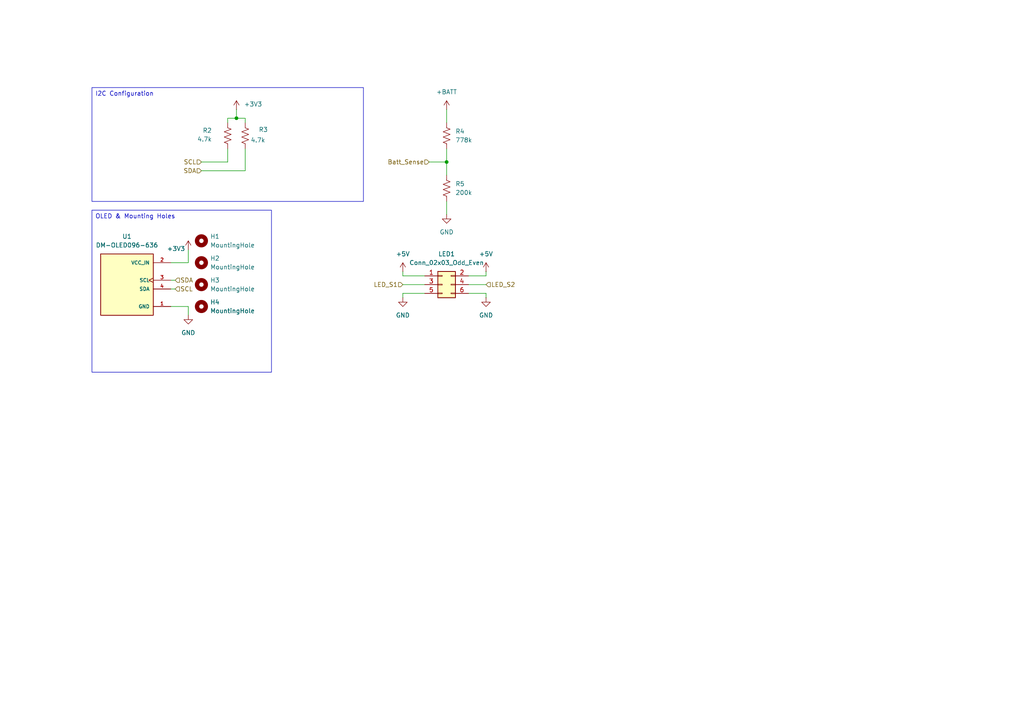
<source format=kicad_sch>
(kicad_sch (version 20231120) (generator "eeschema") (generator_version "8.0")
  (paper "A4")
  (lib_symbols
    (symbol "Connector_Generic:Conn_02x03_Odd_Even" (pin_names (offset 1.016) hide)
      (property "Reference" "J" (at 1.27 5.08 0))
      (property "Value" "Conn_02x03_Odd_Even" (at 1.27 -5.08 0))
      (symbol "Conn_02x03_Odd_Even_1_1"
        (rectangle (start -1.27 -2.413) (end 0 -2.667) (stroke (width 0.1524)))
        (rectangle (start -1.27 0.127) (end 0 -0.127) (stroke (width 0.1524)))
        (rectangle (start -1.27 2.667) (end 0 2.413) (stroke (width 0.1524)))
        (rectangle (start -1.27 3.81) (end 3.81 -3.81) (stroke (width 0.254)) (fill (type background)))
        (rectangle (start 3.81 -2.413) (end 2.54 -2.667) (stroke (width 0.1524)))
        (rectangle (start 3.81 0.127) (end 2.54 -0.127) (stroke (width 0.1524)))
        (rectangle (start 3.81 2.667) (end 2.54 2.413) (stroke (width 0.1524)))
        (pin passive line (at -5.08 2.54 0) (length 3.81) (name "Pin_1") (number "1"))
        (pin passive line (at 7.62 2.54 180) (length 3.81) (name "Pin_2") (number "2"))
        (pin passive line (at -5.08 0 0) (length 3.81) (name "Pin_3") (number "3"))
        (pin passive line (at 7.62 0 180) (length 3.81) (name "Pin_4") (number "4"))
        (pin passive line (at -5.08 -2.54 0) (length 3.81) (name "Pin_5") (number "5"))
        (pin passive line (at 7.62 -2.54 180) (length 3.81) (name "Pin_6") (number "6"))
      )
    )
    (symbol "DM-OLED096-636:DM-OLED096-636" (pin_names (offset 1.016))
      (property "Reference" "U" (at -7.62 10.922 0))
      (property "Value" "DM-OLED096-636" (at -7.62 -10.16 0))
      (symbol "DM-OLED096-636_0_0"
        (rectangle (start -7.62 -7.62) (end 7.62 10.16) (stroke (width 0.254)) (fill (type background)))
        (pin power_in line (at 12.7 -5.08 180) (length 5.08) (name "GND") (number "1"))
        (pin power_in line (at 12.7 7.62 180) (length 5.08) (name "VCC_IN") (number "2"))
        (pin input clock (at 12.7 2.54 180) (length 5.08) (name "SCL") (number "3"))
        (pin bidirectional line (at 12.7 0 180) (length 5.08) (name "SDA") (number "4"))
      )
    )
    (symbol "Device:R_US" (pin_numbers hide) (pin_names (offset 0))
      (property "Reference" "R" (at 2.54 0 90))
      (property "Value" "R_US" (at -2.54 0 90))
      (symbol "R_US_0_1"
        (polyline (pts (xy 0 -2.286) (xy 0 -2.54)))
        (polyline (pts (xy 0 2.286) (xy 0 2.54)))
        (polyline (pts (xy 0 -0.762) (xy 1.016 -1.143) (xy 0 -1.524) (xy -1.016 -1.905) (xy 0 -2.286)))
        (polyline (pts (xy 0 0.762) (xy 1.016 0.381) (xy 0 0) (xy -1.016 -0.381) (xy 0 -0.762)))
        (polyline (pts (xy 0 2.286) (xy 1.016 1.905) (xy 0 1.524) (xy -1.016 1.143) (xy 0 0.762)))
      )
      (symbol "R_US_1_1"
        (pin passive line (at 0 3.81 270) (length 1.27) (name "~") (number "1"))
        (pin passive line (at 0 -3.81 90) (length 1.27) (name "~") (number "2"))
      )
    )
    (symbol "Mechanical:MountingHole" (pin_names (offset 1.016)) (exclude_from_sim yes) (in_bom no)
      (property "Reference" "H" (at 0 5.08 0))
      (property "Value" "MountingHole" (at 0 3.175 0))
      (symbol "MountingHole_0_1"
        (circle (center 0 0) (radius 1.27) (stroke (width 1.27)))
      )
    )
    (symbol "power:+3V3" (power) (pin_numbers hide) (pin_names (offset 0) hide)
      (property "Value" "+3V3" (at 0 3.556 0))
      (symbol "+3V3_0_1"
        (polyline (pts (xy -0.762 1.27) (xy 0 2.54)))
        (polyline (pts (xy 0 0) (xy 0 2.54)))
        (polyline (pts (xy 0 2.54) (xy 0.762 1.27)))
      )
      (symbol "+3V3_1_1"
        (pin power_in line (at 0 0 90) (length 0) (name "~") (number "1"))
      )
    )
    (symbol "power:+5V" (power) (pin_numbers hide) (pin_names (offset 0) hide)
      (property "Value" "+5V" (at 0 3.556 0))
      (symbol "+5V_0_1"
        (polyline (pts (xy -0.762 1.27) (xy 0 2.54)))
        (polyline (pts (xy 0 0) (xy 0 2.54)))
        (polyline (pts (xy 0 2.54) (xy 0.762 1.27)))
      )
      (symbol "+5V_1_1"
        (pin power_in line (at 0 0 90) (length 0) (name "~") (number "1"))
      )
    )
    (symbol "power:+BATT" (power) (pin_numbers hide) (pin_names (offset 0) hide)
      (property "Value" "+BATT" (at 0 3.556 0))
      (symbol "+BATT_0_1"
        (polyline (pts (xy -0.762 1.27) (xy 0 2.54)))
        (polyline (pts (xy 0 0) (xy 0 2.54)))
        (polyline (pts (xy 0 2.54) (xy 0.762 1.27)))
      )
      (symbol "+BATT_1_1"
        (pin power_in line (at 0 0 90) (length 0) (name "~") (number "1"))
      )
    )
    (symbol "power:GND" (power) (pin_numbers hide) (pin_names (offset 0) hide)
      (property "Value" "GND" (at 0 -3.81 0))
      (symbol "GND_0_1"
        (polyline (pts (xy 0 0) (xy 0 -1.27) (xy 1.27 -1.27) (xy 0 -2.54) (xy -1.27 -1.27) (xy 0 -1.27)))
      )
      (symbol "GND_1_1"
        (pin power_in line (at 0 0 270) (length 0) (name "~") (number "1"))
      )
    )
  )
  (junction (at 129.54 46.99))
  (junction (at 68.58 34.29))
  (wire (pts (xy 54.61 72.39) (xy 54.61 76.2)))
  (wire (pts (xy 123.19 85.09) (xy 116.84 85.09)))
  (wire (pts (xy 129.54 58.42) (xy 129.54 62.23)))
  (wire (pts (xy 116.84 78.74) (xy 116.84 80.01)))
  (wire (pts (xy 116.84 80.01) (xy 123.19 80.01)))
  (wire (pts (xy 71.12 43.18) (xy 71.12 49.53)))
  (wire (pts (xy 71.12 34.29) (xy 71.12 35.56)))
  (wire (pts (xy 66.04 35.56) (xy 66.04 34.29)))
  (wire (pts (xy 49.53 88.9) (xy 54.61 88.9)))
  (wire (pts (xy 54.61 88.9) (xy 54.61 91.44)))
  (wire (pts (xy 49.53 81.28) (xy 50.8 81.28)))
  (wire (pts (xy 140.97 78.74) (xy 140.97 80.01)))
  (wire (pts (xy 129.54 31.75) (xy 129.54 35.56)))
  (wire (pts (xy 116.84 82.55) (xy 123.19 82.55)))
  (wire (pts (xy 49.53 83.82) (xy 50.8 83.82)))
  (wire (pts (xy 135.89 85.09) (xy 140.97 85.09)))
  (wire (pts (xy 66.04 34.29) (xy 68.58 34.29)))
  (wire (pts (xy 129.54 46.99) (xy 129.54 50.8)))
  (wire (pts (xy 135.89 80.01) (xy 140.97 80.01)))
  (wire (pts (xy 68.58 34.29) (xy 71.12 34.29)))
  (wire (pts (xy 66.04 43.18) (xy 66.04 46.99)))
  (wire (pts (xy 58.42 46.99) (xy 66.04 46.99)))
  (wire (pts (xy 140.97 82.55) (xy 135.89 82.55)))
  (wire (pts (xy 140.97 85.09) (xy 140.97 86.36)))
  (wire (pts (xy 129.54 43.18) (xy 129.54 46.99)))
  (wire (pts (xy 49.53 76.2) (xy 54.61 76.2)))
  (wire (pts (xy 124.46 46.99) (xy 129.54 46.99)))
  (wire (pts (xy 58.42 49.53) (xy 71.12 49.53)))
  (wire (pts (xy 116.84 85.09) (xy 116.84 86.36)))
  (wire (pts (xy 68.58 34.29) (xy 68.58 31.75)))
  (text_box "OLED & Mounting Holes\n" (at 26.67 60.96 0) (size 52.07 46.99) (effects (font (size 1.27 1.27)) (justify left top)))
  (text_box "I2C Configuration\n" (at 26.67 25.4 0) (size 78.74 33.02) (effects (font (size 1.27 1.27)) (justify left top)))
  (hierarchical_label "SCL" (shape input) (at 58.42 46.99 180))
  (hierarchical_label "SDA" (shape input) (at 50.8 81.28 0))
  (hierarchical_label "Batt_Sense" (shape input) (at 124.46 46.99 180))
  (hierarchical_label "LED_S2" (shape input) (at 140.97 82.55 0))
  (hierarchical_label "LED_S1" (shape input) (at 116.84 82.55 180))
  (hierarchical_label "SCL" (shape input) (at 50.8 83.82 0))
  (hierarchical_label "SDA" (shape input) (at 58.42 49.53 180))
  (symbol (lib_id "Mechanical:MountingHole") (at 58.42 69.85 0) (unit 1) (in_bom no)
    (property "Reference" "H1" (at 60.96 68.5799 0) (effects (justify left)))
    (property "Value" "MountingHole" (at 60.96 71.1199 0) (effects (justify left)))
    (property "Footprint" "MountingHole:MountingHole_2.2mm_M2" (effects (hide yes)))
    (property "Description" "Mounting Hole without connection" (effects (hide yes)))
  )
  (symbol (lib_id "Device:R_US") (at 129.54 54.61 0) (unit 1)
    (property "Reference" "R5" (at 132.08 53.3399 0) (effects (justify left)))
    (property "Value" "200k" (at 132.08 55.8799 0) (effects (justify left)))
    (property "Footprint" "Resistor_SMD:R_0603_1608Metric" (effects (hide yes)))
    (property "Description" "Resistor, US symbol" (effects (hide yes)))
    (property "MANUFACTURER" "AF0201FR-07499KL" (effects (hide yes)))
  )
  (symbol (lib_id "Mechanical:MountingHole") (at 58.42 82.55 0) (unit 1) (in_bom no)
    (property "Reference" "H3" (at 60.96 81.2799 0) (effects (justify left)))
    (property "Value" "MountingHole" (at 60.96 83.8199 0) (effects (justify left)))
    (property "Footprint" "MountingHole:MountingHole_2.2mm_M2" (effects (hide yes)))
    (property "Description" "Mounting Hole without connection" (effects (hide yes)))
  )
  (symbol (lib_id "power:GND") (at 116.84 86.36 0) (unit 1)
    (property "Reference" "#PWR011" (effects (hide yes)))
    (property "Value" "GND" (at 116.84 91.44 0))
    (property "Description" "Power symbol creates a global label with name \"GND\" , ground" (effects (hide yes)))
  )
  (symbol (lib_id "power:GND") (at 140.97 86.36 0) (unit 1)
    (property "Reference" "#PWR013" (effects (hide yes)))
    (property "Value" "GND" (at 140.97 91.44 0))
    (property "Description" "Power symbol creates a global label with name \"GND\" , ground" (effects (hide yes)))
  )
  (symbol (lib_id "Device:R_US") (at 129.54 39.37 0) (unit 1)
    (property "Reference" "R4" (at 132.08 38.0999 0) (effects (justify left)))
    (property "Value" "778k" (at 132.08 40.6399 0) (effects (justify left)))
    (property "Footprint" "Resistor_SMD:R_0603_1608Metric" (effects (hide yes)))
    (property "Description" "Resistor, US symbol" (effects (hide yes)))
    (property "MANUFACTURER" "CRCW0201787KFKED" (effects (hide yes)))
  )
  (symbol (lib_id "Mechanical:MountingHole") (at 58.42 88.9 0) (unit 1) (in_bom no)
    (property "Reference" "H4" (at 60.96 87.6299 0) (effects (justify left)))
    (property "Value" "MountingHole" (at 60.96 90.1699 0) (effects (justify left)))
    (property "Footprint" "MountingHole:MountingHole_2.2mm_M2" (effects (hide yes)))
    (property "Description" "Mounting Hole without connection" (effects (hide yes)))
  )
  (symbol (lib_id "power:+3V3") (at 54.61 72.39 0) (unit 1)
    (property "Reference" "#PWR07" (effects (hide yes)))
    (property "Value" "+3V3" (at 51.054 72.136 0))
    (property "Description" "Power symbol creates a global label with name \"+3V3\"" (effects (hide yes)))
  )
  (symbol (lib_id "power:+5V") (at 140.97 78.74 0) (unit 1)
    (property "Reference" "#PWR012" (effects (hide yes)))
    (property "Value" "+5V" (at 140.97 73.66 0))
    (property "Description" "Power symbol creates a global label with name \"+5V\"" (effects (hide yes)))
  )
  (symbol (lib_id "Device:R_US") (at 66.04 39.37 180) (unit 1)
    (property "Reference" "R2" (at 61.468 37.846 0) (effects (justify left)))
    (property "Value" "4.7k" (at 61.468 40.386 0) (effects (justify left)))
    (property "Footprint" "Resistor_SMD:R_0603_1608Metric" (effects (hide yes)))
    (property "MANUFACTURER" "RT0201BRD074K7L" (effects (hide yes)))
  )
  (symbol (lib_id "power:+BATT") (at 129.54 31.75 0) (unit 1)
    (property "Reference" "#PWR014" (effects (hide yes)))
    (property "Value" "+BATT" (at 129.54 26.67 0))
    (property "Description" "Power symbol creates a global label with name \"+BATT\"" (effects (hide yes)))
  )
  (symbol (lib_id "Mechanical:MountingHole") (at 58.42 76.2 0) (unit 1) (in_bom no)
    (property "Reference" "H2" (at 60.96 74.9299 0) (effects (justify left)))
    (property "Value" "MountingHole" (at 60.96 77.4699 0) (effects (justify left)))
    (property "Footprint" "MountingHole:MountingHole_2.2mm_M2" (effects (hide yes)))
    (property "Description" "Mounting Hole without connection" (effects (hide yes)))
  )
  (symbol (lib_id "power:GND") (at 129.54 62.23 0) (unit 1)
    (property "Reference" "#PWR015" (effects (hide yes)))
    (property "Value" "GND" (at 129.54 67.31 0))
    (property "Description" "Power symbol creates a global label with name \"GND\" , ground" (effects (hide yes)))
  )
  (symbol (lib_id "Device:R_US") (at 71.12 39.37 180) (unit 1)
    (property "Reference" "R3" (at 77.724 37.592 0) (effects (justify left)))
    (property "Value" "4.7k" (at 76.962 40.64 0) (effects (justify left)))
    (property "Footprint" "Resistor_SMD:R_0603_1608Metric" (effects (hide yes)))
    (property "MANUFACTURER" "RT0201BRD074K7L" (effects (hide yes)))
  )
  (symbol (lib_id "DM-OLED096-636:DM-OLED096-636") (at 36.83 83.82 0) (unit 1) (in_bom no)
    (property "Reference" "U1" (at 36.83 68.58 0))
    (property "Value" "DM-OLED096-636" (at 36.83 71.12 0))
    (property "Footprint" "Connector_PinHeader_2.54mm:PinHeader_1x04_P2.54mm_Vertical" (effects (hide yes)))
    (property "MF" "Display Module" (effects (hide yes)))
    (property "MAXIMUM_PACKAGE_HEIGHT" "11.3 mm" (effects (hide yes)))
    (property "Package" "Package" (effects (hide yes)))
    (property "Price" "None" (effects (hide yes)))
    (property "Check_prices" "https://www.snapeda.com/parts/DM-OLED096-636/Display+Module/view-part/?ref=eda" (effects (hide yes)))
    (property "STANDARD" "Manufacturer Recommendations" (effects (hide yes)))
    (property "PARTREV" "2018-09-10" (effects (hide yes)))
    (property "SnapEDA_Link" "https://www.snapeda.com/parts/DM-OLED096-636/Display+Module/view-part/?ref=snap" (effects (hide yes)))
    (property "MP" "DM-OLED096-636" (effects (hide yes)))
    (property "Description_1" "\n0.96” 128 X 64 MONOCHROME GRAPHIC OLED DISPLAY MODULE - I2C\n" (effects (hide yes)))
    (property "Availability" "Not in stock" (effects (hide yes)))
  )
  (symbol (lib_id "power:+5V") (at 116.84 78.74 0) (unit 1)
    (property "Reference" "#PWR010" (effects (hide yes)))
    (property "Value" "+5V" (at 116.84 73.66 0))
    (property "Description" "Power symbol creates a global label with name \"+5V\"" (effects (hide yes)))
  )
  (symbol (lib_id "power:GND") (at 54.61 91.44 0) (unit 1)
    (property "Reference" "#PWR08" (effects (hide yes)))
    (property "Value" "GND" (at 54.61 96.52 0))
    (property "Description" "Power symbol creates a global label with name \"GND\" , ground" (effects (hide yes)))
  )
  (symbol (lib_id "power:+3V3") (at 68.58 31.75 0) (unit 1)
    (property "Reference" "#PWR09" (effects (hide yes)))
    (property "Value" "+3V3" (at 73.406 30.226 0))
    (property "Description" "Power symbol creates a global label with name \"+3V3\"" (effects (hide yes)))
  )
  (symbol (lib_id "Connector_Generic:Conn_02x03_Odd_Even") (at 128.27 82.55 0) (unit 1) (in_bom no)
    (property "Reference" "LED1" (at 129.54 73.66 0))
    (property "Value" "Conn_02x03_Odd_Even" (at 129.54 76.2 0))
    (property "Footprint" "PinHeader_2x03_P2.54mm_Horizontal" (effects (hide yes)))
    (property "Description" "Generic connector, double row, 02x03, odd/even pin numbering scheme (row 1 odd numbers, row 2 even numbers), script generated (kicad-library-utils/schlib/autogen/connector/)" (effects (hide yes)))
  )
)
</source>
